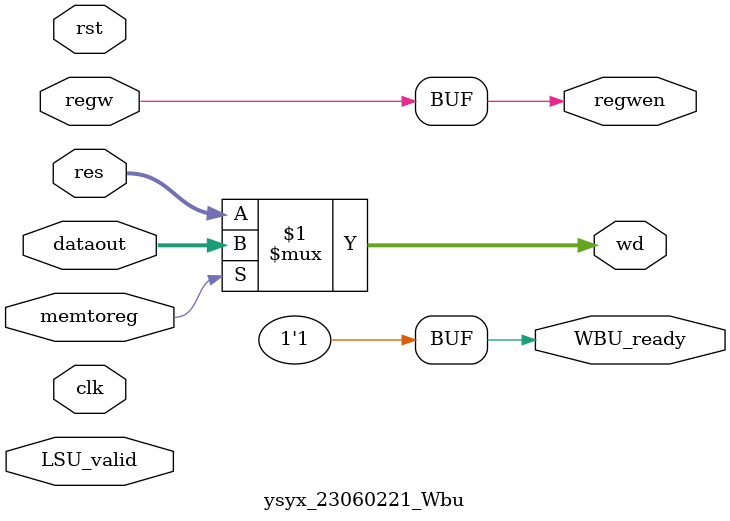
<source format=v>
`define MEPC 2'b00
`define MSTATUS 2'b01
`define MCAUSE 2'b10
`define MTVEC 2'b11
`ifndef SYNTHESIS
import "DPI-C" function void next(input int valid);
`endif

module ysyx_23060221_Wbu (
  input         clk,
  input         rst,
  input [31:0]  res,
  input [31:0]  dataout,
  input         memtoreg,
  input         regw,
  output        regwen,
  output [31:0] wd,
  output        WBU_ready,
  input         LSU_valid
);

`ifndef SYNTHESIS
wire syn_LSU_WBU = WBU_ready & LSU_valid;
always @(posedge clk) begin
  if (~rst) next({31'b0, wen});  
end

reg wen;
always @(posedge clk) begin
  if (rst) wen <= 0;
  else wen <= syn_LSU_WBU;
end
`endif


assign WBU_ready = 1;
assign wd = (memtoreg) ? dataout : res;
assign regwen = regw;
endmodule


</source>
